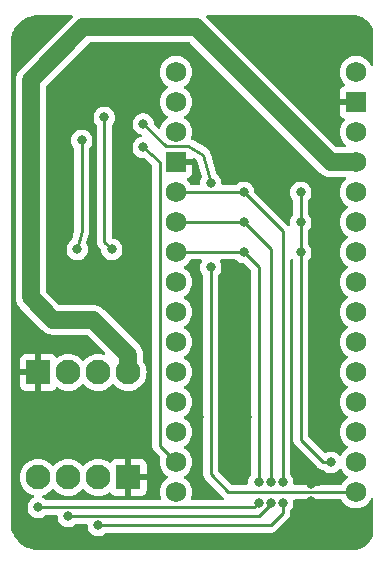
<source format=gbl>
G04 #@! TF.GenerationSoftware,KiCad,Pcbnew,7.0.2*
G04 #@! TF.CreationDate,2023-04-27T12:09:37-07:00*
G04 #@! TF.ProjectId,Flamingo Nano 33 BLE Rev 2,466c616d-696e-4676-9f20-4e616e6f2033,rev?*
G04 #@! TF.SameCoordinates,Original*
G04 #@! TF.FileFunction,Copper,L2,Bot*
G04 #@! TF.FilePolarity,Positive*
%FSLAX46Y46*%
G04 Gerber Fmt 4.6, Leading zero omitted, Abs format (unit mm)*
G04 Created by KiCad (PCBNEW 7.0.2) date 2023-04-27 12:09:37*
%MOMM*%
%LPD*%
G01*
G04 APERTURE LIST*
G04 #@! TA.AperFunction,ComponentPad*
%ADD10R,2.100000X2.100000*%
G04 #@! TD*
G04 #@! TA.AperFunction,ComponentPad*
%ADD11C,2.100000*%
G04 #@! TD*
G04 #@! TA.AperFunction,ComponentPad*
%ADD12C,1.727200*%
G04 #@! TD*
G04 #@! TA.AperFunction,ComponentPad*
%ADD13R,1.727200X1.727200*%
G04 #@! TD*
G04 #@! TA.AperFunction,ViaPad*
%ADD14C,0.800000*%
G04 #@! TD*
G04 #@! TA.AperFunction,ViaPad*
%ADD15C,1.000000*%
G04 #@! TD*
G04 #@! TA.AperFunction,Conductor*
%ADD16C,0.250000*%
G04 #@! TD*
G04 #@! TA.AperFunction,Conductor*
%ADD17C,1.500000*%
G04 #@! TD*
G04 APERTURE END LIST*
D10*
G04 #@! TO.P,J2,1,Pin_1*
G04 #@! TO.N,GND*
X81915000Y-82550000D03*
D11*
G04 #@! TO.P,J2,2,Pin_2*
G04 #@! TO.N,/DATA_TERM*
X84455000Y-82550000D03*
G04 #@! TO.P,J2,3,Pin_3*
G04 #@! TO.N,/CLOCK_TERM*
X86995000Y-82550000D03*
G04 #@! TO.P,J2,4,Pin_4*
G04 #@! TO.N,VBUS*
X89535000Y-82550000D03*
G04 #@! TD*
D12*
G04 #@! TO.P,XA1,3V3,3.3V*
G04 #@! TO.N,+3V3*
X108807500Y-90140000D03*
G04 #@! TO.P,XA1,5V,5V*
G04 #@! TO.N,VBUS*
X108807500Y-64740000D03*
G04 #@! TO.P,XA1,A0,A0*
G04 #@! TO.N,unconnected-(XA1-PadA0)*
X108807500Y-85060000D03*
G04 #@! TO.P,XA1,A1,A1*
G04 #@! TO.N,unconnected-(XA1-PadA1)*
X108807500Y-82520000D03*
G04 #@! TO.P,XA1,A2,A2*
G04 #@! TO.N,unconnected-(XA1-PadA2)*
X108807500Y-79980000D03*
G04 #@! TO.P,XA1,A3,A3*
G04 #@! TO.N,unconnected-(XA1-PadA3)*
X108807500Y-77440000D03*
G04 #@! TO.P,XA1,A4,A4/SDA*
G04 #@! TO.N,unconnected-(XA1-A4{slash}SDA-PadA4)*
X108807500Y-74900000D03*
G04 #@! TO.P,XA1,A5,A5/SCL*
G04 #@! TO.N,unconnected-(XA1-A5{slash}SCL-PadA5)*
X108807500Y-72360000D03*
G04 #@! TO.P,XA1,A6,A6*
G04 #@! TO.N,unconnected-(XA1-PadA6)*
X108807500Y-69820000D03*
G04 #@! TO.P,XA1,A7,A7*
G04 #@! TO.N,unconnected-(XA1-PadA7)*
X108807500Y-67280000D03*
G04 #@! TO.P,XA1,AREF,AREF*
G04 #@! TO.N,unconnected-(XA1-PadAREF)*
X108807500Y-87600000D03*
G04 #@! TO.P,XA1,D0,D0/RX*
G04 #@! TO.N,unconnected-(XA1-D0{slash}RX-PadD0)*
X93567500Y-59660000D03*
G04 #@! TO.P,XA1,D1,D1/TX*
G04 #@! TO.N,unconnected-(XA1-D1{slash}TX-PadD1)*
X93567500Y-57120000D03*
G04 #@! TO.P,XA1,D2,D2*
G04 #@! TO.N,/BUTT_A_TERM*
X93567500Y-67280000D03*
G04 #@! TO.P,XA1,D3,D3*
G04 #@! TO.N,/BUTT_B_TERM*
X93567500Y-69820000D03*
G04 #@! TO.P,XA1,D4,D4*
G04 #@! TO.N,/BUTT_C_TERM*
X93567500Y-72360000D03*
G04 #@! TO.P,XA1,D5,D5*
G04 #@! TO.N,unconnected-(XA1-PadD5)*
X93567500Y-74900000D03*
G04 #@! TO.P,XA1,D6,D6*
G04 #@! TO.N,unconnected-(XA1-PadD6)*
X93567500Y-77440000D03*
G04 #@! TO.P,XA1,D7,D7*
G04 #@! TO.N,unconnected-(XA1-PadD7)*
X93567500Y-79980000D03*
G04 #@! TO.P,XA1,D8,D8*
G04 #@! TO.N,unconnected-(XA1-PadD8)*
X93567500Y-82520000D03*
G04 #@! TO.P,XA1,D9,D9*
G04 #@! TO.N,unconnected-(XA1-PadD9)*
X93567500Y-85060000D03*
G04 #@! TO.P,XA1,D10,D10*
G04 #@! TO.N,unconnected-(XA1-PadD10)*
X93567500Y-87600000D03*
G04 #@! TO.P,XA1,D11,D11_MOSI*
G04 #@! TO.N,/DATA_MCU*
X93567500Y-90140000D03*
G04 #@! TO.P,XA1,D12,D12_MISO*
G04 #@! TO.N,unconnected-(XA1-D12_MISO-PadD12)*
X93567500Y-92680000D03*
G04 #@! TO.P,XA1,D13,D13_SCK*
G04 #@! TO.N,/CLOCK_MCU*
X108807500Y-92680000D03*
D13*
G04 #@! TO.P,XA1,GND1,GND*
G04 #@! TO.N,GND*
X93567500Y-64740000D03*
G04 #@! TO.P,XA1,GND2,GND*
X108807500Y-59660000D03*
D12*
G04 #@! TO.P,XA1,RST1,RESET*
G04 #@! TO.N,unconnected-(XA1-RESET-PadRST1)*
X93567500Y-62200000D03*
G04 #@! TO.P,XA1,RST2,RESET*
G04 #@! TO.N,unconnected-(XA1-RESET-PadRST2)*
X108807500Y-62200000D03*
G04 #@! TO.P,XA1,VIN,VIN*
G04 #@! TO.N,unconnected-(XA1-PadVIN)*
X108807500Y-57120000D03*
G04 #@! TD*
D10*
G04 #@! TO.P,J1,1,Pin_1*
G04 #@! TO.N,GND*
X89535000Y-91440000D03*
D11*
G04 #@! TO.P,J1,2,Pin_2*
G04 #@! TO.N,/BUTT_A_TERM*
X86995000Y-91440000D03*
G04 #@! TO.P,J1,3,Pin_3*
G04 #@! TO.N,/BUTT_B_TERM*
X84455000Y-91440000D03*
G04 #@! TO.P,J1,4,Pin_4*
G04 #@! TO.N,/BUTT_C_TERM*
X81915000Y-91440000D03*
G04 #@! TD*
D14*
G04 #@! TO.N,GND*
X90805000Y-71374000D03*
X85471000Y-56134000D03*
X82423000Y-53975000D03*
X105029000Y-91955500D03*
X105029000Y-93472000D03*
X97536000Y-86360000D03*
X95504000Y-86360000D03*
X99568000Y-86360000D03*
X105156000Y-86360000D03*
X97155000Y-57785000D03*
X99695000Y-55245000D03*
G04 #@! TO.N,/BUTT_A_TERM*
X86995000Y-95504000D03*
X99314000Y-67310000D03*
X102616000Y-93599000D03*
X102616000Y-91821000D03*
G04 #@! TO.N,/BUTT_B_TERM*
X101600000Y-91821000D03*
X84455000Y-94742000D03*
X101600000Y-93599000D03*
X99314000Y-69850000D03*
G04 #@! TO.N,/BUTT_C_TERM*
X81915000Y-93980000D03*
X100584000Y-91821000D03*
X100584000Y-93599000D03*
X99314000Y-72390000D03*
G04 #@! TO.N,VBUS*
X81280000Y-61595000D03*
X81280000Y-63500000D03*
X81280000Y-68580000D03*
D15*
X89535000Y-53340000D03*
D14*
G04 #@! TO.N,Net-(U1-1_5V)*
X85598000Y-62902682D03*
X85217000Y-72136000D03*
G04 #@! TO.N,Net-(U1-2_5V)*
X87503000Y-60960000D03*
X88138000Y-72136000D03*
G04 #@! TO.N,/CLOCK_MCU*
X96520000Y-66548000D03*
X96520000Y-73660000D03*
X90805000Y-61505500D03*
G04 #@! TO.N,/DATA_MCU*
X90805000Y-63500000D03*
G04 #@! TO.N,+3V3*
X104140000Y-72390000D03*
X104140000Y-69850000D03*
X106680000Y-90170000D03*
X104140000Y-67310000D03*
G04 #@! TD*
D16*
G04 #@! TO.N,GND*
X90805000Y-71755000D02*
X90805000Y-71374000D01*
X85471000Y-56134000D02*
X86106000Y-56134000D01*
X82042000Y-53975000D02*
X82423000Y-53975000D01*
X105029000Y-91955500D02*
X105656500Y-91955500D01*
X105664000Y-93472000D02*
X105029000Y-93472000D01*
G04 #@! TO.N,/BUTT_B_TERM*
X101600000Y-93726000D02*
X101600000Y-93599000D01*
X100584000Y-94742000D02*
X101600000Y-93726000D01*
G04 #@! TO.N,/BUTT_A_TERM*
X101600000Y-95504000D02*
X102616000Y-94488000D01*
X102616000Y-94488000D02*
X102616000Y-93599000D01*
G04 #@! TO.N,/BUTT_B_TERM*
X84455000Y-94742000D02*
X100584000Y-94742000D01*
G04 #@! TO.N,/BUTT_C_TERM*
X100203000Y-93980000D02*
X100584000Y-93599000D01*
X81915000Y-93980000D02*
X100203000Y-93980000D01*
G04 #@! TO.N,/BUTT_A_TERM*
X86995000Y-95504000D02*
X101600000Y-95504000D01*
G04 #@! TO.N,GND*
X95504000Y-86360000D02*
X95504000Y-85344000D01*
X97536000Y-87122000D02*
X97536000Y-86360000D01*
G04 #@! TO.N,/CLOCK_MCU*
X98014000Y-92680000D02*
X108807500Y-92680000D01*
X96520000Y-91186000D02*
X98014000Y-92680000D01*
X96520000Y-73660000D02*
X96520000Y-91186000D01*
X94593300Y-63388600D02*
X92688100Y-63388600D01*
X95885000Y-64135000D02*
X94593300Y-63388600D01*
X96520000Y-66548000D02*
X95885000Y-64135000D01*
X92688100Y-63388600D02*
X90805000Y-61505500D01*
G04 #@! TO.N,GND*
X99568000Y-86360000D02*
X99568000Y-87122000D01*
X105156000Y-85598000D02*
X105156000Y-86360000D01*
G04 #@! TO.N,Net-(U1-1_5V)*
X85598000Y-70612000D02*
X85217000Y-72136000D01*
X85598000Y-62902682D02*
X85598000Y-70612000D01*
G04 #@! TO.N,GND*
X97155000Y-57785000D02*
X97155000Y-59055000D01*
X99695000Y-55245000D02*
X100965000Y-55245000D01*
G04 #@! TO.N,/BUTT_A_TERM*
X99314000Y-67310000D02*
X102616000Y-70612000D01*
X99284000Y-67280000D02*
X93567500Y-67280000D01*
X99314000Y-67310000D02*
X99284000Y-67280000D01*
X102616000Y-70612000D02*
X102616000Y-91821000D01*
G04 #@! TO.N,/BUTT_B_TERM*
X99284000Y-69820000D02*
X93567500Y-69820000D01*
X101600000Y-72136000D02*
X101600000Y-91821000D01*
X99314000Y-69850000D02*
X99284000Y-69820000D01*
X99314000Y-69850000D02*
X101600000Y-72136000D01*
G04 #@! TO.N,/BUTT_C_TERM*
X100584000Y-73660000D02*
X100584000Y-91821000D01*
X99284000Y-72360000D02*
X93567500Y-72360000D01*
X99314000Y-72390000D02*
X99284000Y-72360000D01*
X99314000Y-72390000D02*
X100584000Y-73660000D01*
D17*
G04 #@! TO.N,VBUS*
X85725000Y-53340000D02*
X81280000Y-57785000D01*
X83185000Y-78105000D02*
X86574924Y-78105000D01*
X81280000Y-61595000D02*
X81280000Y-63500000D01*
X86574924Y-78105000D02*
X89535000Y-81065076D01*
X89535000Y-53340000D02*
X85725000Y-53340000D01*
X106680000Y-64770000D02*
X106710000Y-64740000D01*
X89535000Y-81065076D02*
X89535000Y-82550000D01*
X81280000Y-63500000D02*
X81280000Y-68580000D01*
X95250000Y-53340000D02*
X89535000Y-53340000D01*
X106680000Y-64770000D02*
X95250000Y-53340000D01*
X81280000Y-57785000D02*
X81280000Y-61595000D01*
X106710000Y-64740000D02*
X108807500Y-64740000D01*
X81280000Y-68580000D02*
X81280000Y-76200000D01*
X81280000Y-76200000D02*
X83185000Y-78105000D01*
D16*
G04 #@! TO.N,Net-(U1-2_5V)*
X87503000Y-71501000D02*
X88138000Y-72136000D01*
X87503000Y-65659000D02*
X87503000Y-71501000D01*
X87503000Y-60960000D02*
X87503000Y-65659000D01*
G04 #@! TO.N,/DATA_MCU*
X92202000Y-64770000D02*
X90805000Y-63500000D01*
X92202000Y-88773000D02*
X92202000Y-64770000D01*
X93567500Y-90140000D02*
X92202000Y-88773000D01*
G04 #@! TO.N,+3V3*
X106045000Y-90170000D02*
X106680000Y-90170000D01*
X104140000Y-88265000D02*
X106045000Y-90170000D01*
X104140000Y-67310000D02*
X104140000Y-69850000D01*
X104140000Y-72390000D02*
X104140000Y-69850000D01*
X104140000Y-72390000D02*
X104140000Y-88265000D01*
G04 #@! TD*
G04 #@! TA.AperFunction,Conductor*
G04 #@! TO.N,GND*
G36*
X84793702Y-52290185D02*
G01*
X84839457Y-52342989D01*
X84849401Y-52412147D01*
X84820376Y-52475703D01*
X84814344Y-52482181D01*
X80450343Y-56846181D01*
X80439980Y-56855443D01*
X80412335Y-56877491D01*
X80368736Y-56927391D01*
X80363052Y-56933472D01*
X80358024Y-56938501D01*
X80358015Y-56938510D01*
X80356055Y-56940471D01*
X80354280Y-56942596D01*
X80354269Y-56942609D01*
X80329929Y-56971763D01*
X80328124Y-56973876D01*
X80264235Y-57047003D01*
X80261986Y-57050767D01*
X80250739Y-57066617D01*
X80247932Y-57069979D01*
X80199978Y-57154490D01*
X80198604Y-57156849D01*
X80149719Y-57238671D01*
X80148782Y-57240241D01*
X80147246Y-57244335D01*
X80139009Y-57261944D01*
X80136847Y-57265753D01*
X80104762Y-57357444D01*
X80103814Y-57360057D01*
X80069691Y-57450978D01*
X80068910Y-57455282D01*
X80063950Y-57474077D01*
X80062501Y-57478217D01*
X80047304Y-57574166D01*
X80046838Y-57576907D01*
X80029500Y-57672450D01*
X80029500Y-57676829D01*
X80027973Y-57696227D01*
X80027290Y-57700537D01*
X80029469Y-57797639D01*
X80029500Y-57800421D01*
X80029500Y-76122814D01*
X80028720Y-76136698D01*
X80024761Y-76171826D01*
X80029219Y-76237931D01*
X80029500Y-76246273D01*
X80029500Y-76256155D01*
X80029747Y-76258900D01*
X80029748Y-76258921D01*
X80033153Y-76296749D01*
X80033371Y-76299521D01*
X80039904Y-76396414D01*
X80040973Y-76400657D01*
X80044229Y-76419820D01*
X80044622Y-76424185D01*
X80070465Y-76517824D01*
X80071158Y-76520447D01*
X80089335Y-76592583D01*
X80094904Y-76614684D01*
X80096712Y-76618664D01*
X80103342Y-76636950D01*
X80104506Y-76641168D01*
X80146657Y-76728699D01*
X80147835Y-76731217D01*
X80187992Y-76819625D01*
X80190483Y-76823220D01*
X80200271Y-76840029D01*
X80202170Y-76843974D01*
X80259258Y-76922548D01*
X80260868Y-76924817D01*
X80316178Y-77004652D01*
X80319268Y-77007742D01*
X80331905Y-77022537D01*
X80334478Y-77026078D01*
X80334479Y-77026079D01*
X80404699Y-77093216D01*
X80406688Y-77095162D01*
X82246182Y-78934656D01*
X82255448Y-78945024D01*
X82277493Y-78972667D01*
X82327395Y-79016266D01*
X82333491Y-79021965D01*
X82340471Y-79028945D01*
X82342614Y-79030734D01*
X82371715Y-79055029D01*
X82373832Y-79056836D01*
X82447005Y-79120766D01*
X82450758Y-79123008D01*
X82466630Y-79134269D01*
X82469982Y-79137068D01*
X82554457Y-79185000D01*
X82556805Y-79186368D01*
X82610433Y-79218409D01*
X82640236Y-79236215D01*
X82644319Y-79237747D01*
X82661957Y-79245998D01*
X82665755Y-79248153D01*
X82757479Y-79280248D01*
X82760003Y-79281164D01*
X82850976Y-79315307D01*
X82855274Y-79316086D01*
X82874090Y-79321053D01*
X82878218Y-79322498D01*
X82974247Y-79337707D01*
X82976828Y-79338145D01*
X83072453Y-79355500D01*
X83076830Y-79355500D01*
X83096226Y-79357026D01*
X83100540Y-79357710D01*
X83197641Y-79355530D01*
X83200422Y-79355500D01*
X86005588Y-79355500D01*
X86072627Y-79375185D01*
X86093269Y-79391819D01*
X87555107Y-80853657D01*
X87588592Y-80914980D01*
X87583608Y-80984672D01*
X87541736Y-81040605D01*
X87476272Y-81065022D01*
X87438479Y-81061912D01*
X87238303Y-81013854D01*
X87116651Y-81004280D01*
X86995000Y-80994706D01*
X86994999Y-80994706D01*
X86751696Y-81013854D01*
X86514384Y-81070828D01*
X86288911Y-81164221D01*
X86080822Y-81291740D01*
X85895241Y-81450241D01*
X85819290Y-81539168D01*
X85760783Y-81577361D01*
X85690915Y-81577859D01*
X85631869Y-81540505D01*
X85630710Y-81539168D01*
X85608326Y-81512960D01*
X85554759Y-81450241D01*
X85369179Y-81291741D01*
X85328009Y-81266512D01*
X85161088Y-81164221D01*
X84935615Y-81070828D01*
X84698303Y-81013854D01*
X84576651Y-81004280D01*
X84455000Y-80994706D01*
X84454999Y-80994706D01*
X84211696Y-81013854D01*
X83974384Y-81070828D01*
X83748911Y-81164221D01*
X83563714Y-81277711D01*
X83496268Y-81295956D01*
X83429666Y-81274840D01*
X83399657Y-81246295D01*
X83322189Y-81142811D01*
X83207089Y-81056647D01*
X83072371Y-81006400D01*
X83016132Y-81000354D01*
X83009518Y-81000000D01*
X82165000Y-81000000D01*
X82165000Y-82058316D01*
X82136181Y-82040791D01*
X81990596Y-82000000D01*
X81877378Y-82000000D01*
X81765217Y-82015416D01*
X81665000Y-82058946D01*
X81665000Y-81000000D01*
X80820482Y-81000000D01*
X80813867Y-81000354D01*
X80757628Y-81006400D01*
X80622910Y-81056647D01*
X80507811Y-81142811D01*
X80421647Y-81257910D01*
X80371400Y-81392628D01*
X80365354Y-81448867D01*
X80365000Y-81455481D01*
X80365000Y-82300000D01*
X81420148Y-82300000D01*
X81371441Y-82437047D01*
X81361123Y-82587886D01*
X81391884Y-82735915D01*
X81425090Y-82800000D01*
X80365000Y-82800000D01*
X80365000Y-83644518D01*
X80365354Y-83651132D01*
X80371400Y-83707371D01*
X80421647Y-83842089D01*
X80507811Y-83957188D01*
X80622910Y-84043352D01*
X80757628Y-84093599D01*
X80813867Y-84099645D01*
X80820482Y-84100000D01*
X81665000Y-84100000D01*
X81665000Y-83041683D01*
X81693819Y-83059209D01*
X81839404Y-83100000D01*
X81952622Y-83100000D01*
X82064783Y-83084584D01*
X82165000Y-83041053D01*
X82165000Y-84100000D01*
X83009518Y-84100000D01*
X83016132Y-84099645D01*
X83072371Y-84093599D01*
X83207089Y-84043352D01*
X83322188Y-83957189D01*
X83399657Y-83853704D01*
X83455591Y-83811833D01*
X83525282Y-83806849D01*
X83563714Y-83822288D01*
X83748911Y-83935778D01*
X83974384Y-84029171D01*
X83974387Y-84029171D01*
X83974388Y-84029172D01*
X84211698Y-84086146D01*
X84455000Y-84105294D01*
X84698302Y-84086146D01*
X84935612Y-84029172D01*
X84935613Y-84029171D01*
X84935615Y-84029171D01*
X85161088Y-83935778D01*
X85221015Y-83899054D01*
X85369179Y-83808259D01*
X85554759Y-83649759D01*
X85630711Y-83560830D01*
X85689217Y-83522638D01*
X85759084Y-83522139D01*
X85818131Y-83559493D01*
X85819251Y-83560785D01*
X85895241Y-83649759D01*
X86080821Y-83808259D01*
X86148668Y-83849836D01*
X86288911Y-83935778D01*
X86514384Y-84029171D01*
X86514387Y-84029171D01*
X86514388Y-84029172D01*
X86751698Y-84086146D01*
X86995000Y-84105294D01*
X87238302Y-84086146D01*
X87475612Y-84029172D01*
X87475613Y-84029171D01*
X87475615Y-84029171D01*
X87701088Y-83935778D01*
X87761015Y-83899054D01*
X87909179Y-83808259D01*
X88094759Y-83649759D01*
X88170711Y-83560829D01*
X88229215Y-83522639D01*
X88299083Y-83522139D01*
X88358129Y-83559493D01*
X88359289Y-83560831D01*
X88435241Y-83649759D01*
X88620821Y-83808259D01*
X88688668Y-83849836D01*
X88828911Y-83935778D01*
X89054384Y-84029171D01*
X89054387Y-84029171D01*
X89054388Y-84029172D01*
X89291698Y-84086146D01*
X89535000Y-84105294D01*
X89778302Y-84086146D01*
X90015612Y-84029172D01*
X90015613Y-84029171D01*
X90015615Y-84029171D01*
X90241088Y-83935778D01*
X90301015Y-83899054D01*
X90449179Y-83808259D01*
X90634759Y-83649759D01*
X90793259Y-83464179D01*
X90920777Y-83256089D01*
X90920778Y-83256088D01*
X91014171Y-83030615D01*
X91015441Y-83025325D01*
X91071146Y-82793302D01*
X91090294Y-82550000D01*
X91071146Y-82306698D01*
X91014172Y-82069388D01*
X91014171Y-82069387D01*
X91014171Y-82069384D01*
X90920778Y-81843911D01*
X90803773Y-81652977D01*
X90785500Y-81588187D01*
X90785500Y-81142261D01*
X90786280Y-81128376D01*
X90790238Y-81093248D01*
X90785781Y-81027137D01*
X90785500Y-81018796D01*
X90785500Y-81011697D01*
X90785500Y-81008921D01*
X90781844Y-80968306D01*
X90781630Y-80965574D01*
X90775097Y-80868664D01*
X90774028Y-80864422D01*
X90770768Y-80845231D01*
X90770377Y-80840890D01*
X90770377Y-80840888D01*
X90744513Y-80747176D01*
X90743855Y-80744685D01*
X90720096Y-80650393D01*
X90718285Y-80646407D01*
X90711656Y-80628122D01*
X90710493Y-80623906D01*
X90668332Y-80536359D01*
X90667181Y-80533899D01*
X90627007Y-80445451D01*
X90624519Y-80441860D01*
X90614723Y-80425037D01*
X90614436Y-80424441D01*
X90612829Y-80421103D01*
X90555706Y-80342480D01*
X90554128Y-80340256D01*
X90498820Y-80260422D01*
X90495734Y-80257336D01*
X90483091Y-80242534D01*
X90480522Y-80238998D01*
X90410299Y-80171858D01*
X90408310Y-80169912D01*
X87513740Y-77275342D01*
X87504474Y-77264974D01*
X87482430Y-77237332D01*
X87432527Y-77193732D01*
X87426431Y-77188033D01*
X87421430Y-77183032D01*
X87419453Y-77181055D01*
X87417318Y-77179272D01*
X87417301Y-77179257D01*
X87388179Y-77154945D01*
X87386063Y-77153138D01*
X87318549Y-77094153D01*
X87312920Y-77089235D01*
X87309160Y-77086988D01*
X87293294Y-77075730D01*
X87289942Y-77072931D01*
X87205472Y-77025001D01*
X87203069Y-77023601D01*
X87119689Y-76973785D01*
X87115595Y-76972249D01*
X87097970Y-76964003D01*
X87094169Y-76961847D01*
X87094168Y-76961846D01*
X87094167Y-76961846D01*
X87002492Y-76929767D01*
X86999878Y-76928819D01*
X86908952Y-76894694D01*
X86908949Y-76894693D01*
X86908948Y-76894693D01*
X86904645Y-76893911D01*
X86885841Y-76888948D01*
X86881706Y-76887501D01*
X86785771Y-76872306D01*
X86783030Y-76871840D01*
X86687474Y-76854500D01*
X86687471Y-76854500D01*
X86683094Y-76854500D01*
X86663697Y-76852973D01*
X86659384Y-76852290D01*
X86562282Y-76854469D01*
X86559502Y-76854500D01*
X83754336Y-76854500D01*
X83687297Y-76834815D01*
X83666655Y-76818181D01*
X82566819Y-75718345D01*
X82533334Y-75657022D01*
X82530500Y-75630664D01*
X82530500Y-72135999D01*
X84311540Y-72135999D01*
X84331326Y-72324257D01*
X84389820Y-72504284D01*
X84484466Y-72668216D01*
X84611129Y-72808889D01*
X84764269Y-72920151D01*
X84937197Y-72997144D01*
X85122352Y-73036500D01*
X85122354Y-73036500D01*
X85311648Y-73036500D01*
X85456484Y-73005714D01*
X85496803Y-72997144D01*
X85669730Y-72920151D01*
X85747967Y-72863309D01*
X85822870Y-72808889D01*
X85949533Y-72668216D01*
X86044179Y-72504284D01*
X86062970Y-72446452D01*
X86102674Y-72324256D01*
X86122460Y-72136000D01*
X86102674Y-71947744D01*
X86044179Y-71767716D01*
X86006196Y-71701929D01*
X85989723Y-71634030D01*
X85993283Y-71609864D01*
X86204356Y-70765577D01*
X86223500Y-70691019D01*
X86223499Y-70656766D01*
X86224381Y-70642004D01*
X86228459Y-70607997D01*
X86224578Y-70578776D01*
X86223500Y-70562455D01*
X86223500Y-63601369D01*
X86243185Y-63534330D01*
X86255350Y-63518396D01*
X86271915Y-63499999D01*
X86330533Y-63434898D01*
X86354071Y-63394130D01*
X86425179Y-63270966D01*
X86470424Y-63131716D01*
X86483674Y-63090938D01*
X86503460Y-62902682D01*
X86483674Y-62714426D01*
X86446332Y-62599500D01*
X86425179Y-62534397D01*
X86330533Y-62370465D01*
X86203870Y-62229792D01*
X86050730Y-62118530D01*
X85877802Y-62041537D01*
X85692648Y-62002182D01*
X85692646Y-62002182D01*
X85503354Y-62002182D01*
X85503352Y-62002182D01*
X85318197Y-62041537D01*
X85145269Y-62118530D01*
X84992129Y-62229792D01*
X84865466Y-62370465D01*
X84770820Y-62534397D01*
X84712326Y-62714424D01*
X84692540Y-62902682D01*
X84712326Y-63090939D01*
X84770820Y-63270966D01*
X84865464Y-63434895D01*
X84940650Y-63518396D01*
X84970880Y-63581388D01*
X84972500Y-63601369D01*
X84972500Y-70519731D01*
X84968798Y-70549806D01*
X84780113Y-71304541D01*
X84744756Y-71364804D01*
X84732701Y-71374784D01*
X84611127Y-71463112D01*
X84484466Y-71603783D01*
X84389820Y-71767715D01*
X84331326Y-71947742D01*
X84311540Y-72135999D01*
X82530500Y-72135999D01*
X82530500Y-60960000D01*
X86597540Y-60960000D01*
X86617326Y-61148257D01*
X86675820Y-61328284D01*
X86770464Y-61492213D01*
X86845650Y-61575714D01*
X86875880Y-61638706D01*
X86877500Y-61658687D01*
X86877500Y-71418256D01*
X86875235Y-71438766D01*
X86877439Y-71508872D01*
X86877500Y-71512767D01*
X86877500Y-71540350D01*
X86877988Y-71544219D01*
X86877989Y-71544225D01*
X86878004Y-71544343D01*
X86878918Y-71555967D01*
X86880290Y-71599626D01*
X86885879Y-71618860D01*
X86889825Y-71637916D01*
X86892335Y-71657792D01*
X86908414Y-71698404D01*
X86912197Y-71709451D01*
X86924382Y-71751391D01*
X86934580Y-71768635D01*
X86943136Y-71786100D01*
X86950514Y-71804732D01*
X86950515Y-71804733D01*
X86976180Y-71840059D01*
X86982593Y-71849822D01*
X87004826Y-71887416D01*
X87004829Y-71887419D01*
X87004830Y-71887420D01*
X87018995Y-71901585D01*
X87031627Y-71916375D01*
X87043406Y-71932587D01*
X87077058Y-71960426D01*
X87085699Y-71968289D01*
X87199038Y-72081628D01*
X87232523Y-72142951D01*
X87234678Y-72156347D01*
X87252326Y-72324257D01*
X87310820Y-72504284D01*
X87405466Y-72668216D01*
X87532129Y-72808889D01*
X87685269Y-72920151D01*
X87858197Y-72997144D01*
X88043352Y-73036500D01*
X88043354Y-73036500D01*
X88232648Y-73036500D01*
X88377484Y-73005714D01*
X88417803Y-72997144D01*
X88590730Y-72920151D01*
X88668967Y-72863309D01*
X88743870Y-72808889D01*
X88870533Y-72668216D01*
X88965179Y-72504284D01*
X88983970Y-72446452D01*
X89023674Y-72324256D01*
X89043460Y-72136000D01*
X89023674Y-71947744D01*
X88968206Y-71777032D01*
X88965179Y-71767715D01*
X88870533Y-71603783D01*
X88743870Y-71463110D01*
X88590730Y-71351848D01*
X88417802Y-71274855D01*
X88226719Y-71234239D01*
X88165237Y-71201047D01*
X88131461Y-71139883D01*
X88128500Y-71112949D01*
X88128500Y-61658687D01*
X88148185Y-61591648D01*
X88160350Y-61575714D01*
X88174617Y-61559869D01*
X88235533Y-61492216D01*
X88330179Y-61328284D01*
X88388674Y-61148256D01*
X88408460Y-60960000D01*
X88388674Y-60771744D01*
X88342934Y-60630971D01*
X88330179Y-60591715D01*
X88235533Y-60427783D01*
X88108870Y-60287110D01*
X87955730Y-60175848D01*
X87782802Y-60098855D01*
X87597648Y-60059500D01*
X87597646Y-60059500D01*
X87408354Y-60059500D01*
X87408352Y-60059500D01*
X87223197Y-60098855D01*
X87050269Y-60175848D01*
X86897129Y-60287110D01*
X86770466Y-60427783D01*
X86675820Y-60591715D01*
X86617326Y-60771742D01*
X86597540Y-60960000D01*
X82530500Y-60960000D01*
X82530500Y-58354336D01*
X82550185Y-58287297D01*
X82566819Y-58266655D01*
X86206655Y-54626819D01*
X86267978Y-54593334D01*
X86294336Y-54590500D01*
X89422453Y-54590500D01*
X94680664Y-54590500D01*
X94747703Y-54610185D01*
X94768345Y-54626819D01*
X105773944Y-65632418D01*
X105777790Y-65636440D01*
X105832914Y-65696748D01*
X105897919Y-65746242D01*
X105902241Y-65749689D01*
X105964981Y-65802068D01*
X105982274Y-65811880D01*
X105996181Y-65821060D01*
X106012005Y-65833108D01*
X106036697Y-65845689D01*
X106084812Y-65870205D01*
X106089712Y-65872842D01*
X106160757Y-65913154D01*
X106179509Y-65919716D01*
X106194850Y-65926273D01*
X106212562Y-65935298D01*
X106212564Y-65935298D01*
X106212565Y-65935299D01*
X106290857Y-65958808D01*
X106296074Y-65960503D01*
X106373217Y-65987498D01*
X106392175Y-65990500D01*
X106392844Y-65990606D01*
X106409111Y-65994318D01*
X106428149Y-66000036D01*
X106509386Y-66009188D01*
X106514842Y-66009928D01*
X106595540Y-66022710D01*
X106615418Y-66022263D01*
X106632067Y-66023011D01*
X106651827Y-66025238D01*
X106733372Y-66019739D01*
X106738868Y-66019492D01*
X106820578Y-66017659D01*
X106840060Y-66013669D01*
X106856566Y-66011433D01*
X106876412Y-66010096D01*
X106876415Y-66010095D01*
X106876417Y-66010095D01*
X106939262Y-65994259D01*
X106969561Y-65990500D01*
X107882159Y-65990500D01*
X107949198Y-66010185D01*
X107994953Y-66062989D01*
X108004897Y-66132147D01*
X107975872Y-66195703D01*
X107958325Y-66212349D01*
X107939028Y-66227370D01*
X107880450Y-66272962D01*
X107727347Y-66439275D01*
X107603696Y-66628537D01*
X107512890Y-66835556D01*
X107457392Y-67054711D01*
X107438724Y-67279999D01*
X107457392Y-67505288D01*
X107457392Y-67505291D01*
X107457393Y-67505293D01*
X107501200Y-67678284D01*
X107512890Y-67724443D01*
X107603696Y-67931462D01*
X107727347Y-68120724D01*
X107880450Y-68287037D01*
X107880454Y-68287040D01*
X108058851Y-68425893D01*
X108058853Y-68425894D01*
X108086666Y-68440946D01*
X108136256Y-68490165D01*
X108151364Y-68558382D01*
X108127193Y-68623937D01*
X108086666Y-68659054D01*
X108058853Y-68674105D01*
X107880450Y-68812962D01*
X107727347Y-68979275D01*
X107603696Y-69168537D01*
X107512890Y-69375556D01*
X107457392Y-69594711D01*
X107438724Y-69820000D01*
X107457392Y-70045288D01*
X107457392Y-70045291D01*
X107457393Y-70045293D01*
X107512889Y-70264441D01*
X107526702Y-70295932D01*
X107603696Y-70471462D01*
X107727347Y-70660724D01*
X107880450Y-70827037D01*
X107880454Y-70827040D01*
X108058851Y-70965893D01*
X108058853Y-70965894D01*
X108086666Y-70980946D01*
X108136256Y-71030165D01*
X108151364Y-71098382D01*
X108127193Y-71163937D01*
X108086666Y-71199054D01*
X108058853Y-71214105D01*
X107880450Y-71352962D01*
X107727347Y-71519275D01*
X107603696Y-71708537D01*
X107519021Y-71901579D01*
X107512889Y-71915559D01*
X107461848Y-72117114D01*
X107457392Y-72134711D01*
X107438724Y-72359999D01*
X107457392Y-72585288D01*
X107457392Y-72585291D01*
X107457393Y-72585293D01*
X107501200Y-72758284D01*
X107512890Y-72804443D01*
X107603696Y-73011462D01*
X107727347Y-73200724D01*
X107880450Y-73367037D01*
X107880454Y-73367040D01*
X108058851Y-73505893D01*
X108058853Y-73505894D01*
X108086666Y-73520946D01*
X108136256Y-73570165D01*
X108151364Y-73638382D01*
X108127193Y-73703937D01*
X108086666Y-73739054D01*
X108058853Y-73754105D01*
X107880450Y-73892962D01*
X107727347Y-74059275D01*
X107603696Y-74248537D01*
X107512890Y-74455556D01*
X107457392Y-74674711D01*
X107438724Y-74899999D01*
X107457392Y-75125288D01*
X107512890Y-75344443D01*
X107603696Y-75551462D01*
X107727347Y-75740724D01*
X107880450Y-75907037D01*
X107880454Y-75907040D01*
X108058851Y-76045893D01*
X108058853Y-76045894D01*
X108086666Y-76060946D01*
X108136256Y-76110165D01*
X108151364Y-76178382D01*
X108127193Y-76243937D01*
X108086666Y-76279054D01*
X108058853Y-76294105D01*
X107880450Y-76432962D01*
X107727347Y-76599275D01*
X107603696Y-76788537D01*
X107522440Y-76973785D01*
X107512889Y-76995559D01*
X107472754Y-77154049D01*
X107457392Y-77214711D01*
X107438724Y-77440000D01*
X107457392Y-77665288D01*
X107512890Y-77884443D01*
X107603696Y-78091462D01*
X107727347Y-78280724D01*
X107880450Y-78447037D01*
X107880454Y-78447040D01*
X108058851Y-78585893D01*
X108058853Y-78585894D01*
X108086666Y-78600946D01*
X108136256Y-78650165D01*
X108151364Y-78718382D01*
X108127193Y-78783937D01*
X108086666Y-78819054D01*
X108058853Y-78834105D01*
X107880450Y-78972962D01*
X107727347Y-79139275D01*
X107603696Y-79328537D01*
X107512890Y-79535556D01*
X107457392Y-79754711D01*
X107438724Y-79980000D01*
X107457392Y-80205288D01*
X107457392Y-80205291D01*
X107457393Y-80205293D01*
X107512889Y-80424441D01*
X107517011Y-80433839D01*
X107603696Y-80631462D01*
X107727347Y-80820724D01*
X107880450Y-80987037D01*
X107880454Y-80987040D01*
X108058851Y-81125893D01*
X108058853Y-81125894D01*
X108086666Y-81140946D01*
X108136256Y-81190165D01*
X108151364Y-81258382D01*
X108127193Y-81323937D01*
X108086666Y-81359054D01*
X108058853Y-81374105D01*
X107880450Y-81512962D01*
X107727347Y-81679275D01*
X107603696Y-81868537D01*
X107512890Y-82075556D01*
X107457392Y-82294711D01*
X107438724Y-82520000D01*
X107457392Y-82745288D01*
X107457392Y-82745291D01*
X107457393Y-82745293D01*
X107503897Y-82928934D01*
X107512890Y-82964443D01*
X107603696Y-83171462D01*
X107727347Y-83360724D01*
X107880450Y-83527037D01*
X107880454Y-83527040D01*
X108058851Y-83665893D01*
X108058853Y-83665894D01*
X108086666Y-83680946D01*
X108136256Y-83730165D01*
X108151364Y-83798382D01*
X108127193Y-83863937D01*
X108086666Y-83899054D01*
X108058853Y-83914105D01*
X107880450Y-84052962D01*
X107727347Y-84219275D01*
X107603696Y-84408537D01*
X107512890Y-84615556D01*
X107457392Y-84834711D01*
X107438724Y-85059999D01*
X107457392Y-85285288D01*
X107512890Y-85504443D01*
X107603696Y-85711462D01*
X107727347Y-85900724D01*
X107880450Y-86067037D01*
X107880454Y-86067040D01*
X108058851Y-86205893D01*
X108058853Y-86205894D01*
X108086666Y-86220946D01*
X108136256Y-86270165D01*
X108151364Y-86338382D01*
X108127193Y-86403937D01*
X108086666Y-86439054D01*
X108058853Y-86454105D01*
X107880450Y-86592962D01*
X107727347Y-86759275D01*
X107603696Y-86948537D01*
X107512890Y-87155556D01*
X107457392Y-87374711D01*
X107438724Y-87600000D01*
X107457392Y-87825288D01*
X107457392Y-87825291D01*
X107457393Y-87825293D01*
X107512328Y-88042227D01*
X107512890Y-88044443D01*
X107603696Y-88251462D01*
X107727347Y-88440724D01*
X107880450Y-88607037D01*
X107880454Y-88607040D01*
X108058851Y-88745893D01*
X108058853Y-88745894D01*
X108086666Y-88760946D01*
X108136256Y-88810165D01*
X108151364Y-88878382D01*
X108127193Y-88943937D01*
X108086666Y-88979054D01*
X108058853Y-88994105D01*
X107880450Y-89132962D01*
X107727347Y-89299275D01*
X107603696Y-89488537D01*
X107574221Y-89555734D01*
X107529265Y-89609220D01*
X107462529Y-89629910D01*
X107395201Y-89611235D01*
X107368515Y-89588897D01*
X107358532Y-89577810D01*
X107285871Y-89497112D01*
X107285867Y-89497109D01*
X107132730Y-89385848D01*
X106959802Y-89308855D01*
X106774648Y-89269500D01*
X106774646Y-89269500D01*
X106585354Y-89269500D01*
X106585352Y-89269500D01*
X106400197Y-89308855D01*
X106248504Y-89376394D01*
X106179254Y-89385679D01*
X106115977Y-89356051D01*
X106110387Y-89350796D01*
X104801818Y-88042227D01*
X104768333Y-87980904D01*
X104765499Y-87954546D01*
X104765499Y-80533849D01*
X104765499Y-73088683D01*
X104785184Y-73021648D01*
X104797350Y-73005714D01*
X104872533Y-72922216D01*
X104967179Y-72758284D01*
X105025674Y-72578256D01*
X105045460Y-72390000D01*
X105025674Y-72201744D01*
X104967179Y-72021716D01*
X104967179Y-72021715D01*
X104872533Y-71857783D01*
X104797350Y-71774284D01*
X104767120Y-71711293D01*
X104765500Y-71691312D01*
X104765500Y-70548687D01*
X104785185Y-70481648D01*
X104797350Y-70465714D01*
X104872533Y-70382216D01*
X104967179Y-70218284D01*
X105025674Y-70038256D01*
X105045460Y-69850000D01*
X105025674Y-69661744D01*
X104967179Y-69481716D01*
X104967179Y-69481715D01*
X104872533Y-69317783D01*
X104797350Y-69234284D01*
X104767120Y-69171293D01*
X104765500Y-69151312D01*
X104765500Y-68008687D01*
X104785185Y-67941648D01*
X104797350Y-67925714D01*
X104872533Y-67842216D01*
X104967179Y-67678284D01*
X105025674Y-67498256D01*
X105045460Y-67310000D01*
X105025674Y-67121744D01*
X104967179Y-66941716D01*
X104967179Y-66941715D01*
X104872533Y-66777783D01*
X104745870Y-66637110D01*
X104592730Y-66525848D01*
X104419802Y-66448855D01*
X104234648Y-66409500D01*
X104234646Y-66409500D01*
X104045354Y-66409500D01*
X104045352Y-66409500D01*
X103860197Y-66448855D01*
X103687269Y-66525848D01*
X103534129Y-66637110D01*
X103407466Y-66777783D01*
X103312820Y-66941715D01*
X103254326Y-67121742D01*
X103234540Y-67310000D01*
X103254326Y-67498257D01*
X103312820Y-67678284D01*
X103407464Y-67842213D01*
X103407467Y-67842216D01*
X103482173Y-67925185D01*
X103482650Y-67925714D01*
X103512880Y-67988706D01*
X103514500Y-68008687D01*
X103514500Y-69151312D01*
X103494815Y-69218351D01*
X103482650Y-69234284D01*
X103407466Y-69317783D01*
X103312820Y-69481715D01*
X103254326Y-69661742D01*
X103254325Y-69661744D01*
X103254326Y-69661744D01*
X103234540Y-69850000D01*
X103254326Y-70038256D01*
X103254326Y-70038258D01*
X103255689Y-70051218D01*
X103251955Y-70051610D01*
X103253297Y-70098825D01*
X103217207Y-70158652D01*
X103154501Y-70189470D01*
X103085088Y-70181495D01*
X103054335Y-70162826D01*
X103041945Y-70152576D01*
X103033305Y-70144714D01*
X100252960Y-67364369D01*
X100219475Y-67303046D01*
X100217323Y-67289668D01*
X100199674Y-67121744D01*
X100141179Y-66941716D01*
X100141179Y-66941715D01*
X100046533Y-66777783D01*
X99919870Y-66637110D01*
X99766730Y-66525848D01*
X99593802Y-66448855D01*
X99408648Y-66409500D01*
X99408646Y-66409500D01*
X99219354Y-66409500D01*
X99219352Y-66409500D01*
X99034197Y-66448855D01*
X98861269Y-66525848D01*
X98716791Y-66630818D01*
X98650985Y-66654298D01*
X98643906Y-66654500D01*
X97548304Y-66654500D01*
X97481265Y-66634815D01*
X97435510Y-66582011D01*
X97424983Y-66543462D01*
X97423132Y-66525848D01*
X97405674Y-66359744D01*
X97362663Y-66227370D01*
X97347179Y-66179715D01*
X97252533Y-66015783D01*
X97125870Y-65875110D01*
X96993312Y-65778802D01*
X96950646Y-65723472D01*
X96946280Y-65710041D01*
X96931725Y-65654732D01*
X96510564Y-64054319D01*
X96507154Y-64031661D01*
X96506680Y-64030089D01*
X96506680Y-64030087D01*
X96487704Y-63967150D01*
X96486533Y-63963002D01*
X96479891Y-63937760D01*
X96477812Y-63932601D01*
X96474110Y-63922064D01*
X96467054Y-63898662D01*
X96461059Y-63878777D01*
X96451485Y-63862955D01*
X96442562Y-63845105D01*
X96435655Y-63827961D01*
X96408853Y-63791534D01*
X96402652Y-63782256D01*
X96379241Y-63743566D01*
X96366036Y-63730626D01*
X96352949Y-63715551D01*
X96341997Y-63700665D01*
X96306981Y-63672049D01*
X96298672Y-63664609D01*
X96266365Y-63632948D01*
X96250358Y-63623699D01*
X96233928Y-63612348D01*
X96219625Y-63600659D01*
X96178601Y-63581653D01*
X96168686Y-63576505D01*
X94981209Y-62890330D01*
X94969475Y-62881613D01*
X94963882Y-62878538D01*
X94901605Y-62844300D01*
X94899346Y-62843027D01*
X94896233Y-62841228D01*
X94848043Y-62790636D01*
X94834854Y-62722023D01*
X94844729Y-62684065D01*
X94862111Y-62644441D01*
X94917607Y-62425293D01*
X94936275Y-62200000D01*
X94917607Y-61974707D01*
X94862111Y-61755559D01*
X94771302Y-61548535D01*
X94647656Y-61359281D01*
X94647655Y-61359280D01*
X94647652Y-61359275D01*
X94494549Y-61192962D01*
X94397204Y-61117195D01*
X94316149Y-61054107D01*
X94288332Y-61039053D01*
X94238743Y-60989836D01*
X94223635Y-60921620D01*
X94247805Y-60856064D01*
X94288331Y-60820946D01*
X94316149Y-60805893D01*
X94494546Y-60667040D01*
X94585611Y-60568118D01*
X94647652Y-60500724D01*
X94647653Y-60500721D01*
X94647656Y-60500719D01*
X94771302Y-60311465D01*
X94862111Y-60104441D01*
X94917607Y-59885293D01*
X94936275Y-59660000D01*
X94917607Y-59434707D01*
X94862111Y-59215559D01*
X94771302Y-59008535D01*
X94647656Y-58819281D01*
X94647655Y-58819280D01*
X94647652Y-58819275D01*
X94494549Y-58652962D01*
X94316148Y-58514106D01*
X94288332Y-58499053D01*
X94238742Y-58449833D01*
X94223635Y-58381616D01*
X94247806Y-58316061D01*
X94288333Y-58280945D01*
X94316149Y-58265893D01*
X94494546Y-58127040D01*
X94510256Y-58109975D01*
X94647652Y-57960724D01*
X94647655Y-57960720D01*
X94647656Y-57960719D01*
X94771302Y-57771465D01*
X94862111Y-57564441D01*
X94917607Y-57345293D01*
X94936275Y-57120000D01*
X94917607Y-56894707D01*
X94862111Y-56675559D01*
X94771302Y-56468535D01*
X94647656Y-56279281D01*
X94647655Y-56279280D01*
X94647652Y-56279275D01*
X94494549Y-56112962D01*
X94316150Y-55974108D01*
X94316149Y-55974107D01*
X94117331Y-55866512D01*
X94117330Y-55866511D01*
X94117327Y-55866510D01*
X93903516Y-55793109D01*
X93754859Y-55768302D01*
X93680533Y-55755900D01*
X93454467Y-55755900D01*
X93398721Y-55765202D01*
X93231483Y-55793109D01*
X93017672Y-55866510D01*
X92818849Y-55974108D01*
X92640450Y-56112962D01*
X92487347Y-56279275D01*
X92363696Y-56468537D01*
X92272890Y-56675556D01*
X92272889Y-56675559D01*
X92228434Y-56851109D01*
X92217392Y-56894711D01*
X92198724Y-57119999D01*
X92217392Y-57345288D01*
X92217392Y-57345291D01*
X92217393Y-57345293D01*
X92247675Y-57464875D01*
X92272890Y-57564443D01*
X92363696Y-57771462D01*
X92487347Y-57960724D01*
X92640450Y-58127037D01*
X92640454Y-58127040D01*
X92818851Y-58265893D01*
X92818853Y-58265894D01*
X92846666Y-58280946D01*
X92896256Y-58330165D01*
X92911364Y-58398382D01*
X92887193Y-58463937D01*
X92846666Y-58499054D01*
X92818853Y-58514105D01*
X92640450Y-58652962D01*
X92487347Y-58819275D01*
X92363696Y-59008537D01*
X92272890Y-59215556D01*
X92217392Y-59434711D01*
X92198724Y-59659999D01*
X92217392Y-59885288D01*
X92217392Y-59885291D01*
X92217393Y-59885293D01*
X92271474Y-60098855D01*
X92272890Y-60104443D01*
X92363696Y-60311462D01*
X92487347Y-60500724D01*
X92640450Y-60667037D01*
X92640454Y-60667040D01*
X92818851Y-60805893D01*
X92818853Y-60805894D01*
X92846666Y-60820946D01*
X92896256Y-60870165D01*
X92911364Y-60938382D01*
X92887193Y-61003937D01*
X92846666Y-61039054D01*
X92818853Y-61054105D01*
X92640450Y-61192962D01*
X92487347Y-61359275D01*
X92363696Y-61548537D01*
X92272888Y-61755560D01*
X92259125Y-61809909D01*
X92223585Y-61870064D01*
X92161165Y-61901455D01*
X92091681Y-61894117D01*
X92051239Y-61867148D01*
X91743960Y-61559869D01*
X91710475Y-61498546D01*
X91708323Y-61485168D01*
X91690674Y-61317244D01*
X91650292Y-61192962D01*
X91632179Y-61137215D01*
X91537533Y-60973283D01*
X91410870Y-60832610D01*
X91257730Y-60721348D01*
X91084802Y-60644355D01*
X90899648Y-60605000D01*
X90899646Y-60605000D01*
X90710354Y-60605000D01*
X90710352Y-60605000D01*
X90525197Y-60644355D01*
X90352269Y-60721348D01*
X90199129Y-60832610D01*
X90072466Y-60973283D01*
X89977820Y-61137215D01*
X89919326Y-61317242D01*
X89899540Y-61505500D01*
X89919326Y-61693757D01*
X89977820Y-61873784D01*
X90072466Y-62037716D01*
X90199129Y-62178389D01*
X90352269Y-62289651D01*
X90468168Y-62341252D01*
X90525197Y-62366644D01*
X90594900Y-62381459D01*
X90656379Y-62414650D01*
X90690156Y-62475813D01*
X90685504Y-62545528D01*
X90643900Y-62601660D01*
X90594899Y-62624039D01*
X90525196Y-62638855D01*
X90352269Y-62715848D01*
X90199129Y-62827110D01*
X90072466Y-62967783D01*
X89977820Y-63131715D01*
X89919326Y-63311742D01*
X89899540Y-63499999D01*
X89899540Y-63500000D01*
X89902676Y-63529836D01*
X89919326Y-63688257D01*
X89977820Y-63868284D01*
X90072466Y-64032216D01*
X90199129Y-64172889D01*
X90352269Y-64284151D01*
X90525197Y-64361144D01*
X90710352Y-64400500D01*
X90710354Y-64400500D01*
X90817738Y-64400500D01*
X90884777Y-64420185D01*
X90901147Y-64432745D01*
X91535912Y-65009804D01*
X91572275Y-65069463D01*
X91576500Y-65101555D01*
X91576500Y-88690051D01*
X91574265Y-88710246D01*
X91576441Y-88780724D01*
X91576500Y-88784550D01*
X91576500Y-88812350D01*
X91576988Y-88816214D01*
X91577004Y-88816467D01*
X91577895Y-88827831D01*
X91579237Y-88871285D01*
X91584874Y-88890727D01*
X91588798Y-88909705D01*
X91591336Y-88929794D01*
X91607340Y-88970219D01*
X91611142Y-88981331D01*
X91623245Y-89023074D01*
X91633537Y-89040498D01*
X91642061Y-89057909D01*
X91649513Y-89076730D01*
X91675062Y-89111896D01*
X91681510Y-89121718D01*
X91703617Y-89159146D01*
X91717924Y-89173469D01*
X91730511Y-89188214D01*
X91742406Y-89204587D01*
X91766528Y-89224542D01*
X91775902Y-89232297D01*
X91784584Y-89240202D01*
X92181730Y-89637784D01*
X92216362Y-89672454D01*
X92249814Y-89733796D01*
X92248839Y-89790526D01*
X92217392Y-89914710D01*
X92198724Y-90140000D01*
X92217392Y-90365288D01*
X92217392Y-90365291D01*
X92217393Y-90365293D01*
X92269707Y-90571877D01*
X92272890Y-90584443D01*
X92363696Y-90791462D01*
X92487347Y-90980724D01*
X92640450Y-91147037D01*
X92640454Y-91147040D01*
X92818851Y-91285893D01*
X92818853Y-91285894D01*
X92846666Y-91300946D01*
X92896256Y-91350165D01*
X92911364Y-91418382D01*
X92887193Y-91483937D01*
X92846666Y-91519054D01*
X92818853Y-91534105D01*
X92640450Y-91672962D01*
X92487347Y-91839275D01*
X92363696Y-92028537D01*
X92272890Y-92235556D01*
X92217392Y-92454711D01*
X92198724Y-92679999D01*
X92217392Y-92905288D01*
X92217392Y-92905291D01*
X92217393Y-92905293D01*
X92272889Y-93124441D01*
X92280950Y-93142819D01*
X92297562Y-93180690D01*
X92306465Y-93249990D01*
X92276488Y-93313102D01*
X92217148Y-93349989D01*
X92184006Y-93354500D01*
X82618747Y-93354500D01*
X82551708Y-93334815D01*
X82526599Y-93313473D01*
X82520871Y-93307112D01*
X82431721Y-93242341D01*
X82367727Y-93195846D01*
X82307483Y-93169024D01*
X82254246Y-93123774D01*
X82233925Y-93056925D01*
X82252970Y-92989701D01*
X82305337Y-92943446D01*
X82328972Y-92935171D01*
X82395612Y-92919172D01*
X82395613Y-92919171D01*
X82395615Y-92919171D01*
X82621088Y-92825778D01*
X82671045Y-92795163D01*
X82829179Y-92698259D01*
X83014759Y-92539759D01*
X83090711Y-92450830D01*
X83149217Y-92412638D01*
X83219084Y-92412139D01*
X83278131Y-92449493D01*
X83279251Y-92450785D01*
X83355241Y-92539759D01*
X83540821Y-92698259D01*
X83614980Y-92743704D01*
X83748911Y-92825778D01*
X83974384Y-92919171D01*
X83974387Y-92919171D01*
X83974388Y-92919172D01*
X84211698Y-92976146D01*
X84455000Y-92995294D01*
X84698302Y-92976146D01*
X84935612Y-92919172D01*
X84935613Y-92919171D01*
X84935615Y-92919171D01*
X85161088Y-92825778D01*
X85211045Y-92795163D01*
X85369179Y-92698259D01*
X85554759Y-92539759D01*
X85630711Y-92450830D01*
X85689217Y-92412638D01*
X85759084Y-92412139D01*
X85818131Y-92449493D01*
X85819251Y-92450785D01*
X85895241Y-92539759D01*
X86080821Y-92698259D01*
X86154980Y-92743704D01*
X86288911Y-92825778D01*
X86514384Y-92919171D01*
X86514387Y-92919171D01*
X86514388Y-92919172D01*
X86751698Y-92976146D01*
X86995000Y-92995294D01*
X87238302Y-92976146D01*
X87475612Y-92919172D01*
X87475613Y-92919171D01*
X87475615Y-92919171D01*
X87701088Y-92825778D01*
X87782603Y-92775824D01*
X87886286Y-92712287D01*
X87953730Y-92694043D01*
X88020333Y-92715159D01*
X88050342Y-92743704D01*
X88127810Y-92847188D01*
X88242910Y-92933352D01*
X88377628Y-92983599D01*
X88433867Y-92989645D01*
X88440482Y-92990000D01*
X89285000Y-92990000D01*
X89285000Y-91931683D01*
X89313819Y-91949209D01*
X89459404Y-91990000D01*
X89572622Y-91990000D01*
X89684783Y-91974584D01*
X89785000Y-91931053D01*
X89785000Y-92990000D01*
X90629518Y-92990000D01*
X90636132Y-92989645D01*
X90692371Y-92983599D01*
X90827089Y-92933352D01*
X90942188Y-92847188D01*
X91028352Y-92732089D01*
X91078599Y-92597371D01*
X91084645Y-92541132D01*
X91085000Y-92534518D01*
X91085000Y-91690000D01*
X90029852Y-91690000D01*
X90078559Y-91552953D01*
X90088877Y-91402114D01*
X90058116Y-91254085D01*
X90024910Y-91190000D01*
X91085000Y-91190000D01*
X91085000Y-90345481D01*
X91084645Y-90338867D01*
X91078599Y-90282628D01*
X91028352Y-90147910D01*
X90942188Y-90032811D01*
X90827089Y-89946647D01*
X90692371Y-89896400D01*
X90636132Y-89890354D01*
X90629518Y-89890000D01*
X89785000Y-89890000D01*
X89785000Y-90948316D01*
X89756181Y-90930791D01*
X89610596Y-90890000D01*
X89497378Y-90890000D01*
X89385217Y-90905416D01*
X89285000Y-90948946D01*
X89285000Y-89890000D01*
X88440482Y-89890000D01*
X88433867Y-89890354D01*
X88377628Y-89896400D01*
X88242910Y-89946647D01*
X88127808Y-90032813D01*
X88050341Y-90136295D01*
X87994407Y-90178166D01*
X87924716Y-90183150D01*
X87886285Y-90167711D01*
X87701088Y-90054221D01*
X87475615Y-89960828D01*
X87238303Y-89903854D01*
X87116651Y-89894280D01*
X86995000Y-89884706D01*
X86994999Y-89884706D01*
X86751696Y-89903854D01*
X86514384Y-89960828D01*
X86288911Y-90054221D01*
X86080822Y-90181740D01*
X85895241Y-90340241D01*
X85819290Y-90429168D01*
X85760783Y-90467361D01*
X85690915Y-90467859D01*
X85631869Y-90430505D01*
X85630710Y-90429168D01*
X85576155Y-90365293D01*
X85554759Y-90340241D01*
X85369179Y-90181741D01*
X85313972Y-90147910D01*
X85161088Y-90054221D01*
X84935615Y-89960828D01*
X84698303Y-89903854D01*
X84576650Y-89894280D01*
X84455000Y-89884706D01*
X84454999Y-89884706D01*
X84211696Y-89903854D01*
X83974384Y-89960828D01*
X83748911Y-90054221D01*
X83540822Y-90181740D01*
X83355240Y-90340242D01*
X83279288Y-90429169D01*
X83220781Y-90467361D01*
X83150913Y-90467859D01*
X83091867Y-90430505D01*
X83090709Y-90429167D01*
X83019234Y-90345481D01*
X83014759Y-90340241D01*
X82829179Y-90181741D01*
X82773972Y-90147910D01*
X82621088Y-90054221D01*
X82395615Y-89960828D01*
X82158303Y-89903854D01*
X81915000Y-89884706D01*
X81671696Y-89903854D01*
X81434384Y-89960828D01*
X81208911Y-90054221D01*
X81000822Y-90181740D01*
X80815241Y-90340241D01*
X80656740Y-90525822D01*
X80529221Y-90733911D01*
X80435828Y-90959384D01*
X80378854Y-91196696D01*
X80359706Y-91440000D01*
X80378854Y-91683303D01*
X80435828Y-91920615D01*
X80529221Y-92146088D01*
X80584050Y-92235559D01*
X80656741Y-92354179D01*
X80815241Y-92539759D01*
X81000821Y-92698259D01*
X81074980Y-92743704D01*
X81208911Y-92825778D01*
X81434384Y-92919171D01*
X81501027Y-92935171D01*
X81561619Y-92969962D01*
X81593783Y-93031988D01*
X81587307Y-93101557D01*
X81544247Y-93156581D01*
X81522516Y-93169024D01*
X81462269Y-93195848D01*
X81309129Y-93307110D01*
X81182466Y-93447783D01*
X81087820Y-93611715D01*
X81029326Y-93791742D01*
X81009540Y-93980000D01*
X81029326Y-94168257D01*
X81087820Y-94348284D01*
X81182466Y-94512216D01*
X81309129Y-94652889D01*
X81462269Y-94764151D01*
X81635197Y-94841144D01*
X81820352Y-94880500D01*
X81820354Y-94880500D01*
X82009648Y-94880500D01*
X82133083Y-94854262D01*
X82194803Y-94841144D01*
X82367730Y-94764151D01*
X82520871Y-94652888D01*
X82526598Y-94646527D01*
X82586084Y-94609879D01*
X82618747Y-94605500D01*
X83426171Y-94605500D01*
X83493210Y-94625185D01*
X83538965Y-94677989D01*
X83547315Y-94729129D01*
X83548178Y-94729039D01*
X83569326Y-94930257D01*
X83627820Y-95110284D01*
X83722466Y-95274216D01*
X83849129Y-95414889D01*
X84002269Y-95526151D01*
X84175197Y-95603144D01*
X84360352Y-95642500D01*
X84360354Y-95642500D01*
X84549648Y-95642500D01*
X84673083Y-95616262D01*
X84734803Y-95603144D01*
X84907730Y-95526151D01*
X85060871Y-95414888D01*
X85066598Y-95408527D01*
X85126084Y-95371879D01*
X85158747Y-95367500D01*
X85966171Y-95367500D01*
X86033210Y-95387185D01*
X86078965Y-95439989D01*
X86087315Y-95491129D01*
X86088178Y-95491039D01*
X86089540Y-95503999D01*
X86089540Y-95504000D01*
X86093258Y-95539374D01*
X86109326Y-95692257D01*
X86167820Y-95872284D01*
X86262466Y-96036216D01*
X86389129Y-96176889D01*
X86542269Y-96288151D01*
X86715197Y-96365144D01*
X86900352Y-96404500D01*
X86900354Y-96404500D01*
X87089648Y-96404500D01*
X87213084Y-96378262D01*
X87274803Y-96365144D01*
X87447730Y-96288151D01*
X87600871Y-96176888D01*
X87606598Y-96170527D01*
X87666084Y-96133879D01*
X87698747Y-96129500D01*
X101517256Y-96129500D01*
X101537762Y-96131764D01*
X101540665Y-96131672D01*
X101540667Y-96131673D01*
X101607872Y-96129561D01*
X101611768Y-96129500D01*
X101635448Y-96129500D01*
X101639350Y-96129500D01*
X101643313Y-96128999D01*
X101654962Y-96128080D01*
X101698627Y-96126709D01*
X101717859Y-96121120D01*
X101736918Y-96117174D01*
X101743196Y-96116381D01*
X101756792Y-96114664D01*
X101797407Y-96098582D01*
X101808444Y-96094803D01*
X101850390Y-96082618D01*
X101867629Y-96072422D01*
X101885102Y-96063862D01*
X101903732Y-96056486D01*
X101939064Y-96030814D01*
X101948830Y-96024400D01*
X101986418Y-96002171D01*
X101986417Y-96002171D01*
X101986420Y-96002170D01*
X102000585Y-95988004D01*
X102015373Y-95975373D01*
X102031587Y-95963594D01*
X102059438Y-95929926D01*
X102067279Y-95921309D01*
X102999788Y-94988801D01*
X103015885Y-94975906D01*
X103017873Y-94973787D01*
X103017877Y-94973786D01*
X103063949Y-94924723D01*
X103066534Y-94922055D01*
X103086120Y-94902471D01*
X103088585Y-94899292D01*
X103096167Y-94890416D01*
X103107357Y-94878500D01*
X103126062Y-94858582D01*
X103135712Y-94841027D01*
X103146400Y-94824757D01*
X103158671Y-94808938D01*
X103158673Y-94808936D01*
X103176026Y-94768832D01*
X103181157Y-94758362D01*
X103202197Y-94720092D01*
X103207175Y-94700699D01*
X103213481Y-94682282D01*
X103215339Y-94677989D01*
X103221438Y-94663896D01*
X103228272Y-94620745D01*
X103230635Y-94609331D01*
X103241500Y-94567019D01*
X103241500Y-94546983D01*
X103243027Y-94527584D01*
X103246160Y-94507804D01*
X103242050Y-94464324D01*
X103241500Y-94452655D01*
X103241500Y-94297687D01*
X103261185Y-94230648D01*
X103273350Y-94214714D01*
X103348533Y-94131216D01*
X103443179Y-93967284D01*
X103501674Y-93787256D01*
X103521460Y-93599000D01*
X103505007Y-93442459D01*
X103517577Y-93373732D01*
X103565309Y-93322708D01*
X103628328Y-93305500D01*
X107519629Y-93305500D01*
X107586668Y-93325185D01*
X107623437Y-93361678D01*
X107655494Y-93410744D01*
X107727345Y-93520721D01*
X107880450Y-93687037D01*
X107880454Y-93687040D01*
X108058851Y-93825893D01*
X108257669Y-93933488D01*
X108471486Y-94006891D01*
X108694467Y-94044100D01*
X108694468Y-94044100D01*
X108920532Y-94044100D01*
X108920533Y-94044100D01*
X109143514Y-94006891D01*
X109357331Y-93933488D01*
X109556149Y-93825893D01*
X109734546Y-93687040D01*
X109815594Y-93598999D01*
X109887652Y-93520724D01*
X109887653Y-93520721D01*
X109887656Y-93520719D01*
X110011302Y-93331465D01*
X110047040Y-93249990D01*
X110051944Y-93238811D01*
X110096900Y-93185325D01*
X110163636Y-93164635D01*
X110230964Y-93183309D01*
X110277507Y-93235420D01*
X110289500Y-93288621D01*
X110289500Y-95880572D01*
X110289184Y-95889418D01*
X110272783Y-96118731D01*
X110270265Y-96136243D01*
X110222341Y-96356545D01*
X110217357Y-96373520D01*
X110138567Y-96584765D01*
X110131217Y-96600859D01*
X110023168Y-96798736D01*
X110013603Y-96813620D01*
X109878487Y-96994113D01*
X109866901Y-97007483D01*
X109707483Y-97166901D01*
X109694113Y-97178487D01*
X109513620Y-97313603D01*
X109498736Y-97323168D01*
X109300859Y-97431217D01*
X109284765Y-97438567D01*
X109073520Y-97517357D01*
X109056545Y-97522341D01*
X108836243Y-97570265D01*
X108818731Y-97572783D01*
X108589418Y-97589184D01*
X108580572Y-97589500D01*
X81918751Y-97589500D01*
X81911264Y-97589274D01*
X81640490Y-97572894D01*
X81625625Y-97571089D01*
X81362492Y-97522868D01*
X81347954Y-97519284D01*
X81092569Y-97439703D01*
X81078568Y-97434394D01*
X80834618Y-97324601D01*
X80821359Y-97317642D01*
X80592431Y-97179251D01*
X80580108Y-97170745D01*
X80369526Y-97005764D01*
X80358318Y-96995834D01*
X80169165Y-96806681D01*
X80159235Y-96795473D01*
X79994250Y-96584885D01*
X79985752Y-96572574D01*
X79847356Y-96343639D01*
X79840398Y-96330381D01*
X79771317Y-96176889D01*
X79730603Y-96086427D01*
X79725296Y-96072430D01*
X79725294Y-96072425D01*
X79645714Y-95817044D01*
X79642131Y-95802507D01*
X79593910Y-95539374D01*
X79592105Y-95524509D01*
X79590864Y-95504000D01*
X79575726Y-95253736D01*
X79575500Y-95246249D01*
X79575500Y-54613749D01*
X79575726Y-54606262D01*
X79576508Y-54593334D01*
X79592105Y-54335487D01*
X79593910Y-54320625D01*
X79642131Y-54057492D01*
X79645715Y-54042954D01*
X79665511Y-53979427D01*
X79725299Y-53787559D01*
X79730601Y-53773578D01*
X79840401Y-53529611D01*
X79847352Y-53516366D01*
X79985757Y-53287417D01*
X79994244Y-53275121D01*
X80159242Y-53064517D01*
X80169157Y-53053326D01*
X80358326Y-52864157D01*
X80369517Y-52854242D01*
X80580121Y-52689244D01*
X80592417Y-52680757D01*
X80821366Y-52542352D01*
X80834611Y-52535401D01*
X81078578Y-52425601D01*
X81092559Y-52420299D01*
X81347959Y-52340713D01*
X81362488Y-52337131D01*
X81625629Y-52288909D01*
X81640487Y-52287105D01*
X81911263Y-52270726D01*
X81918751Y-52270500D01*
X81954882Y-52270500D01*
X84726663Y-52270500D01*
X84793702Y-52290185D01*
G37*
G04 #@! TD.AperFunction*
G04 #@! TA.AperFunction,Conductor*
G36*
X95721879Y-73005185D02*
G01*
X95767634Y-73057989D01*
X95777578Y-73127147D01*
X95762227Y-73171500D01*
X95692820Y-73291715D01*
X95634326Y-73471742D01*
X95614540Y-73660000D01*
X95634326Y-73848257D01*
X95692820Y-74028284D01*
X95787464Y-74192213D01*
X95862650Y-74275714D01*
X95892880Y-74338706D01*
X95894500Y-74358687D01*
X95894500Y-91103256D01*
X95892235Y-91123766D01*
X95894439Y-91193872D01*
X95894500Y-91197767D01*
X95894500Y-91225350D01*
X95894988Y-91229219D01*
X95894989Y-91229225D01*
X95895004Y-91229343D01*
X95895918Y-91240967D01*
X95897290Y-91284626D01*
X95902879Y-91303860D01*
X95906825Y-91322916D01*
X95909335Y-91342792D01*
X95925414Y-91383404D01*
X95929197Y-91394451D01*
X95941382Y-91436391D01*
X95951580Y-91453635D01*
X95960136Y-91471100D01*
X95967514Y-91489732D01*
X95967515Y-91489733D01*
X95993180Y-91525059D01*
X95999593Y-91534822D01*
X96021826Y-91572416D01*
X96021829Y-91572419D01*
X96021830Y-91572420D01*
X96035995Y-91586585D01*
X96048627Y-91601375D01*
X96060406Y-91617587D01*
X96094058Y-91645426D01*
X96102699Y-91653289D01*
X97513196Y-93063787D01*
X97526096Y-93079888D01*
X97577223Y-93127900D01*
X97580020Y-93130611D01*
X97592228Y-93142819D01*
X97625713Y-93204142D01*
X97620729Y-93273834D01*
X97578857Y-93329767D01*
X97513393Y-93354184D01*
X97504547Y-93354500D01*
X94950994Y-93354500D01*
X94883955Y-93334815D01*
X94838200Y-93282011D01*
X94828256Y-93212853D01*
X94837438Y-93180690D01*
X94850847Y-93150120D01*
X94862111Y-93124441D01*
X94917607Y-92905293D01*
X94936275Y-92680000D01*
X94917607Y-92454707D01*
X94862111Y-92235559D01*
X94771302Y-92028535D01*
X94647656Y-91839281D01*
X94647655Y-91839280D01*
X94647652Y-91839275D01*
X94494549Y-91672962D01*
X94392436Y-91593484D01*
X94316149Y-91534107D01*
X94288332Y-91519053D01*
X94238743Y-91469836D01*
X94223635Y-91401620D01*
X94247805Y-91336064D01*
X94288331Y-91300946D01*
X94316149Y-91285893D01*
X94494546Y-91147040D01*
X94513301Y-91126667D01*
X94647652Y-90980724D01*
X94647653Y-90980721D01*
X94647656Y-90980719D01*
X94771302Y-90791465D01*
X94862111Y-90584441D01*
X94917607Y-90365293D01*
X94936275Y-90140000D01*
X94917607Y-89914707D01*
X94862111Y-89695559D01*
X94771302Y-89488535D01*
X94647656Y-89299281D01*
X94647655Y-89299280D01*
X94647652Y-89299275D01*
X94494549Y-89132962D01*
X94398121Y-89057909D01*
X94316149Y-88994107D01*
X94288332Y-88979053D01*
X94238743Y-88929836D01*
X94223635Y-88861620D01*
X94247805Y-88796064D01*
X94288331Y-88760946D01*
X94316149Y-88745893D01*
X94494546Y-88607040D01*
X94497290Y-88604059D01*
X94647652Y-88440724D01*
X94647653Y-88440721D01*
X94647656Y-88440719D01*
X94771302Y-88251465D01*
X94862111Y-88044441D01*
X94917607Y-87825293D01*
X94936275Y-87600000D01*
X94917607Y-87374707D01*
X94862111Y-87155559D01*
X94771302Y-86948535D01*
X94647656Y-86759281D01*
X94647655Y-86759280D01*
X94647652Y-86759275D01*
X94494549Y-86592962D01*
X94440867Y-86551179D01*
X94316149Y-86454107D01*
X94288332Y-86439053D01*
X94238743Y-86389836D01*
X94223635Y-86321620D01*
X94247805Y-86256064D01*
X94288331Y-86220946D01*
X94316149Y-86205893D01*
X94494546Y-86067040D01*
X94494549Y-86067037D01*
X94647652Y-85900724D01*
X94647653Y-85900721D01*
X94647656Y-85900719D01*
X94771302Y-85711465D01*
X94862111Y-85504441D01*
X94917607Y-85285293D01*
X94936275Y-85060000D01*
X94917607Y-84834707D01*
X94862111Y-84615559D01*
X94771302Y-84408535D01*
X94647656Y-84219281D01*
X94647655Y-84219280D01*
X94647652Y-84219275D01*
X94494549Y-84052962D01*
X94371500Y-83957189D01*
X94316149Y-83914107D01*
X94288332Y-83899053D01*
X94238743Y-83849836D01*
X94223635Y-83781620D01*
X94247805Y-83716064D01*
X94288331Y-83680946D01*
X94316149Y-83665893D01*
X94494546Y-83527040D01*
X94494549Y-83527037D01*
X94647652Y-83360724D01*
X94647653Y-83360721D01*
X94647656Y-83360719D01*
X94771302Y-83171465D01*
X94862111Y-82964441D01*
X94917607Y-82745293D01*
X94936275Y-82520000D01*
X94917607Y-82294707D01*
X94862111Y-82075559D01*
X94771302Y-81868535D01*
X94647656Y-81679281D01*
X94647655Y-81679280D01*
X94647652Y-81679275D01*
X94494549Y-81512962D01*
X94440867Y-81471179D01*
X94316149Y-81374107D01*
X94288332Y-81359053D01*
X94238743Y-81309836D01*
X94223635Y-81241620D01*
X94247805Y-81176064D01*
X94288331Y-81140946D01*
X94316149Y-81125893D01*
X94494546Y-80987040D01*
X94496726Y-80984672D01*
X94647652Y-80820724D01*
X94647653Y-80820721D01*
X94647656Y-80820719D01*
X94771302Y-80631465D01*
X94862111Y-80424441D01*
X94917607Y-80205293D01*
X94936275Y-79980000D01*
X94917607Y-79754707D01*
X94862111Y-79535559D01*
X94775414Y-79337909D01*
X94771303Y-79328537D01*
X94767356Y-79322496D01*
X94647656Y-79139281D01*
X94647655Y-79139280D01*
X94647652Y-79139275D01*
X94494549Y-78972962D01*
X94316148Y-78834106D01*
X94288332Y-78819053D01*
X94238742Y-78769833D01*
X94223635Y-78701616D01*
X94247806Y-78636061D01*
X94288333Y-78600945D01*
X94316149Y-78585893D01*
X94494546Y-78447040D01*
X94494549Y-78447037D01*
X94647652Y-78280724D01*
X94647653Y-78280721D01*
X94647656Y-78280719D01*
X94771302Y-78091465D01*
X94862111Y-77884441D01*
X94917607Y-77665293D01*
X94936275Y-77440000D01*
X94917607Y-77214707D01*
X94862111Y-76995559D01*
X94771302Y-76788535D01*
X94647656Y-76599281D01*
X94647655Y-76599280D01*
X94647652Y-76599275D01*
X94494549Y-76432962D01*
X94440867Y-76391179D01*
X94316149Y-76294107D01*
X94288332Y-76279053D01*
X94238743Y-76229836D01*
X94223635Y-76161620D01*
X94247805Y-76096064D01*
X94288331Y-76060946D01*
X94316149Y-76045893D01*
X94494546Y-75907040D01*
X94494549Y-75907037D01*
X94647652Y-75740724D01*
X94647653Y-75740721D01*
X94647656Y-75740719D01*
X94771302Y-75551465D01*
X94862111Y-75344441D01*
X94917607Y-75125293D01*
X94936275Y-74900000D01*
X94917607Y-74674707D01*
X94862111Y-74455559D01*
X94771302Y-74248535D01*
X94647656Y-74059281D01*
X94647655Y-74059280D01*
X94647652Y-74059275D01*
X94494549Y-73892962D01*
X94437111Y-73848256D01*
X94316149Y-73754107D01*
X94288332Y-73739053D01*
X94238743Y-73689836D01*
X94223635Y-73621620D01*
X94247805Y-73556064D01*
X94288331Y-73520946D01*
X94316149Y-73505893D01*
X94494546Y-73367040D01*
X94647656Y-73200719D01*
X94751562Y-73041678D01*
X94804708Y-72996322D01*
X94855371Y-72985500D01*
X95654840Y-72985500D01*
X95721879Y-73005185D01*
G37*
G04 #@! TD.AperFunction*
G04 #@! TA.AperFunction,Conductor*
G36*
X103446703Y-72967209D02*
G01*
X103457649Y-72977949D01*
X103482649Y-73005714D01*
X103512880Y-73068706D01*
X103514500Y-73088687D01*
X103514500Y-88182256D01*
X103512235Y-88202766D01*
X103514439Y-88272872D01*
X103514500Y-88276767D01*
X103514500Y-88304350D01*
X103514988Y-88308219D01*
X103514989Y-88308225D01*
X103515004Y-88308343D01*
X103515918Y-88319967D01*
X103517290Y-88363626D01*
X103522879Y-88382860D01*
X103526825Y-88401916D01*
X103529335Y-88421792D01*
X103545414Y-88462404D01*
X103549197Y-88473451D01*
X103561382Y-88515391D01*
X103571580Y-88532635D01*
X103580136Y-88550100D01*
X103587514Y-88568732D01*
X103587515Y-88568733D01*
X103613180Y-88604059D01*
X103619593Y-88613822D01*
X103641826Y-88651416D01*
X103641829Y-88651419D01*
X103641830Y-88651420D01*
X103655995Y-88665585D01*
X103668627Y-88680375D01*
X103680406Y-88696587D01*
X103714058Y-88724426D01*
X103722699Y-88732289D01*
X105544196Y-90553787D01*
X105557096Y-90569888D01*
X105608223Y-90617900D01*
X105611020Y-90620611D01*
X105630529Y-90640120D01*
X105633709Y-90642587D01*
X105642571Y-90650155D01*
X105674418Y-90680062D01*
X105691972Y-90689712D01*
X105708236Y-90700396D01*
X105719972Y-90709499D01*
X105724064Y-90712673D01*
X105748909Y-90723424D01*
X105764152Y-90730021D01*
X105774631Y-90735154D01*
X105812908Y-90756197D01*
X105832306Y-90761177D01*
X105850708Y-90767477D01*
X105869104Y-90775438D01*
X105912261Y-90782273D01*
X105923664Y-90784634D01*
X105965981Y-90795500D01*
X105976252Y-90795500D01*
X106043291Y-90815185D01*
X106068399Y-90836525D01*
X106074129Y-90842888D01*
X106074132Y-90842890D01*
X106227269Y-90954151D01*
X106400197Y-91031144D01*
X106585352Y-91070500D01*
X106585354Y-91070500D01*
X106774648Y-91070500D01*
X106898084Y-91044262D01*
X106959803Y-91031144D01*
X107132730Y-90954151D01*
X107240920Y-90875547D01*
X107285870Y-90842889D01*
X107310815Y-90815185D01*
X107386212Y-90731447D01*
X107445698Y-90694799D01*
X107515556Y-90696129D01*
X107573604Y-90735016D01*
X107591918Y-90764611D01*
X107603695Y-90791460D01*
X107727347Y-90980724D01*
X107880450Y-91147037D01*
X107880454Y-91147040D01*
X108058851Y-91285893D01*
X108058853Y-91285894D01*
X108086666Y-91300946D01*
X108136256Y-91350165D01*
X108151364Y-91418382D01*
X108127193Y-91483937D01*
X108086666Y-91519054D01*
X108058853Y-91534105D01*
X107880450Y-91672962D01*
X107727345Y-91839278D01*
X107655524Y-91949209D01*
X107631313Y-91986268D01*
X107623438Y-91998321D01*
X107570292Y-92043678D01*
X107519629Y-92054500D01*
X103634634Y-92054500D01*
X103567595Y-92034815D01*
X103521840Y-91982011D01*
X103511313Y-91917540D01*
X103521460Y-91821000D01*
X103501674Y-91632744D01*
X103455206Y-91489732D01*
X103443179Y-91452715D01*
X103348533Y-91288783D01*
X103273350Y-91205284D01*
X103243120Y-91142293D01*
X103241500Y-91122312D01*
X103241500Y-73060922D01*
X103261185Y-72993883D01*
X103313989Y-72948128D01*
X103383147Y-72938184D01*
X103446703Y-72967209D01*
G37*
G04 #@! TD.AperFunction*
G04 #@! TA.AperFunction,Conductor*
G36*
X98650278Y-73005185D02*
G01*
X98675388Y-73026527D01*
X98708128Y-73062888D01*
X98861269Y-73174151D01*
X99034197Y-73251144D01*
X99219352Y-73290500D01*
X99219354Y-73290500D01*
X99278548Y-73290500D01*
X99345587Y-73310185D01*
X99366229Y-73326819D01*
X99922181Y-73882771D01*
X99955666Y-73944094D01*
X99958500Y-73970452D01*
X99958500Y-91122312D01*
X99938815Y-91189351D01*
X99926650Y-91205284D01*
X99851466Y-91288783D01*
X99756820Y-91452715D01*
X99698326Y-91632742D01*
X99694099Y-91672960D01*
X99678540Y-91821000D01*
X99688686Y-91917540D01*
X99676118Y-91986268D01*
X99628386Y-92037292D01*
X99565366Y-92054500D01*
X98324452Y-92054500D01*
X98257413Y-92034815D01*
X98236771Y-92018181D01*
X97181819Y-90963228D01*
X97148334Y-90901905D01*
X97145500Y-90875547D01*
X97145500Y-74358687D01*
X97165185Y-74291648D01*
X97177350Y-74275714D01*
X97252533Y-74192216D01*
X97347179Y-74028284D01*
X97405674Y-73848256D01*
X97425460Y-73660000D01*
X97405674Y-73471744D01*
X97347179Y-73291716D01*
X97347179Y-73291715D01*
X97277773Y-73171500D01*
X97261300Y-73103600D01*
X97284153Y-73037573D01*
X97339074Y-72994382D01*
X97385160Y-72985500D01*
X98583239Y-72985500D01*
X98650278Y-73005185D01*
G37*
G04 #@! TD.AperFunction*
G04 #@! TA.AperFunction,Conductor*
G36*
X95117137Y-64413715D02*
G01*
X95231880Y-64480018D01*
X95301684Y-64520354D01*
X95349881Y-64570939D01*
X95359561Y-64596161D01*
X95737165Y-66031053D01*
X95735190Y-66100895D01*
X95724636Y-66124609D01*
X95692820Y-66179716D01*
X95634326Y-66359742D01*
X95615017Y-66543462D01*
X95588432Y-66608076D01*
X95531135Y-66648061D01*
X95491696Y-66654500D01*
X94855371Y-66654500D01*
X94788332Y-66634815D01*
X94751562Y-66598321D01*
X94647654Y-66439278D01*
X94510255Y-66290024D01*
X94479332Y-66227370D01*
X94487192Y-66157944D01*
X94531339Y-66103788D01*
X94558151Y-66089859D01*
X94673188Y-66046952D01*
X94788288Y-65960788D01*
X94874452Y-65845689D01*
X94924699Y-65710971D01*
X94930745Y-65654732D01*
X94931100Y-65648118D01*
X94931100Y-64990000D01*
X94010696Y-64990000D01*
X94034345Y-64953201D01*
X94075500Y-64813039D01*
X94075500Y-64666961D01*
X94034345Y-64526799D01*
X94010696Y-64490000D01*
X94931100Y-64490000D01*
X94944019Y-64477080D01*
X94950785Y-64454041D01*
X95003589Y-64408286D01*
X95072747Y-64398342D01*
X95117137Y-64413715D01*
G37*
G04 #@! TD.AperFunction*
G04 #@! TA.AperFunction,Conductor*
G36*
X108589418Y-52270816D02*
G01*
X108818736Y-52287216D01*
X108836237Y-52289733D01*
X109056550Y-52337659D01*
X109073515Y-52342640D01*
X109284771Y-52421434D01*
X109300854Y-52428780D01*
X109498741Y-52536834D01*
X109513615Y-52546392D01*
X109693092Y-52680748D01*
X109694113Y-52681512D01*
X109707483Y-52693098D01*
X109866901Y-52852516D01*
X109878487Y-52865886D01*
X110013603Y-53046379D01*
X110023168Y-53061263D01*
X110131217Y-53259140D01*
X110138567Y-53275234D01*
X110217357Y-53486479D01*
X110222341Y-53503454D01*
X110270265Y-53723756D01*
X110272783Y-53741268D01*
X110289184Y-53970581D01*
X110289500Y-53979427D01*
X110289500Y-56511378D01*
X110269815Y-56578417D01*
X110217011Y-56624172D01*
X110147853Y-56634116D01*
X110084297Y-56605091D01*
X110051944Y-56561188D01*
X110011303Y-56468537D01*
X109887652Y-56279275D01*
X109734549Y-56112962D01*
X109556150Y-55974108D01*
X109556149Y-55974107D01*
X109357331Y-55866512D01*
X109357330Y-55866511D01*
X109357327Y-55866510D01*
X109143516Y-55793109D01*
X108994860Y-55768302D01*
X108920533Y-55755900D01*
X108694467Y-55755900D01*
X108638721Y-55765202D01*
X108471483Y-55793109D01*
X108257672Y-55866510D01*
X108058849Y-55974108D01*
X107880450Y-56112962D01*
X107727347Y-56279275D01*
X107603696Y-56468537D01*
X107512890Y-56675556D01*
X107512889Y-56675559D01*
X107468434Y-56851109D01*
X107457392Y-56894711D01*
X107438724Y-57120000D01*
X107457392Y-57345288D01*
X107457392Y-57345291D01*
X107457393Y-57345293D01*
X107487675Y-57464875D01*
X107512890Y-57564443D01*
X107603696Y-57771462D01*
X107727347Y-57960724D01*
X107864744Y-58109975D01*
X107895667Y-58172629D01*
X107887807Y-58242055D01*
X107843660Y-58296211D01*
X107816849Y-58310140D01*
X107701811Y-58353047D01*
X107586711Y-58439211D01*
X107500547Y-58554310D01*
X107450300Y-58689028D01*
X107444254Y-58745267D01*
X107443900Y-58751881D01*
X107443900Y-59410000D01*
X108364304Y-59410000D01*
X108340655Y-59446799D01*
X108299500Y-59586961D01*
X108299500Y-59733039D01*
X108340655Y-59873201D01*
X108364304Y-59910000D01*
X107443900Y-59910000D01*
X107443900Y-60568118D01*
X107444254Y-60574732D01*
X107450300Y-60630971D01*
X107500547Y-60765689D01*
X107586711Y-60880788D01*
X107701811Y-60966952D01*
X107816848Y-61009859D01*
X107872782Y-61051730D01*
X107897199Y-61117195D01*
X107882347Y-61185468D01*
X107864745Y-61210024D01*
X107727345Y-61359279D01*
X107603696Y-61548537D01*
X107512890Y-61755556D01*
X107457392Y-61974711D01*
X107438724Y-62199999D01*
X107457392Y-62425288D01*
X107457392Y-62425291D01*
X107457393Y-62425293D01*
X107511474Y-62638855D01*
X107512890Y-62644443D01*
X107603696Y-62851462D01*
X107727347Y-63040724D01*
X107880450Y-63207037D01*
X107880454Y-63207040D01*
X107958322Y-63267648D01*
X107999134Y-63324357D01*
X108002809Y-63394130D01*
X107968177Y-63454813D01*
X107906236Y-63487140D01*
X107882159Y-63489500D01*
X107219336Y-63489500D01*
X107152297Y-63469815D01*
X107131655Y-63453181D01*
X96188816Y-52510342D01*
X96179550Y-52499974D01*
X96157508Y-52472334D01*
X96157506Y-52472332D01*
X96157092Y-52471813D01*
X96130684Y-52407127D01*
X96143439Y-52338432D01*
X96191309Y-52287537D01*
X96254039Y-52270500D01*
X108545118Y-52270500D01*
X108580572Y-52270500D01*
X108589418Y-52270816D01*
G37*
G04 #@! TD.AperFunction*
G04 #@! TD*
M02*

</source>
